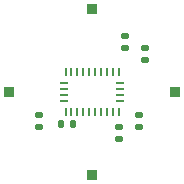
<source format=gts>
%TF.GenerationSoftware,KiCad,Pcbnew,7.0.5-1.fc38*%
%TF.CreationDate,2023-07-07T14:23:31-04:00*%
%TF.ProjectId,bno085-i2c-board-v3-large,626e6f30-3835-42d6-9932-632d626f6172,rev?*%
%TF.SameCoordinates,Original*%
%TF.FileFunction,Soldermask,Top*%
%TF.FilePolarity,Negative*%
%FSLAX46Y46*%
G04 Gerber Fmt 4.6, Leading zero omitted, Abs format (unit mm)*
G04 Created by KiCad (PCBNEW 7.0.5-1.fc38) date 2023-07-07 14:23:31*
%MOMM*%
%LPD*%
G01*
G04 APERTURE LIST*
G04 Aperture macros list*
%AMRoundRect*
0 Rectangle with rounded corners*
0 $1 Rounding radius*
0 $2 $3 $4 $5 $6 $7 $8 $9 X,Y pos of 4 corners*
0 Add a 4 corners polygon primitive as box body*
4,1,4,$2,$3,$4,$5,$6,$7,$8,$9,$2,$3,0*
0 Add four circle primitives for the rounded corners*
1,1,$1+$1,$2,$3*
1,1,$1+$1,$4,$5*
1,1,$1+$1,$6,$7*
1,1,$1+$1,$8,$9*
0 Add four rect primitives between the rounded corners*
20,1,$1+$1,$2,$3,$4,$5,0*
20,1,$1+$1,$4,$5,$6,$7,0*
20,1,$1+$1,$6,$7,$8,$9,0*
20,1,$1+$1,$8,$9,$2,$3,0*%
G04 Aperture macros list end*
%ADD10RoundRect,0.135000X-0.185000X0.135000X-0.185000X-0.135000X0.185000X-0.135000X0.185000X0.135000X0*%
%ADD11R,0.850000X0.850000*%
%ADD12RoundRect,0.135000X0.185000X-0.135000X0.185000X0.135000X-0.185000X0.135000X-0.185000X-0.135000X0*%
%ADD13R,0.254000X0.675000*%
%ADD14R,0.675000X0.254000*%
%ADD15RoundRect,0.140000X0.140000X0.170000X-0.140000X0.170000X-0.140000X-0.170000X0.140000X-0.170000X0*%
G04 APERTURE END LIST*
D10*
%TO.C,R5*%
X134500000Y-66240000D03*
X134500000Y-67260000D03*
%TD*%
D11*
%TO.C,J4*%
X137000000Y-70000000D03*
%TD*%
D10*
%TO.C,R2*%
X134000000Y-71990000D03*
X134000000Y-73010000D03*
%TD*%
D12*
%TO.C,R1*%
X132250000Y-74010000D03*
X132250000Y-72990000D03*
%TD*%
D11*
%TO.C,J3*%
X123000000Y-70000000D03*
%TD*%
D12*
%TO.C,R3*%
X125500000Y-73010000D03*
X125500000Y-71990000D03*
%TD*%
D11*
%TO.C,J2*%
X130000000Y-77000000D03*
%TD*%
D12*
%TO.C,R4*%
X132750000Y-66260000D03*
X132750000Y-65240000D03*
%TD*%
D13*
%TO.C,U1*%
X127750000Y-68337500D03*
D14*
X127612500Y-69250000D03*
X127612500Y-69750000D03*
X127612500Y-70250000D03*
X127612500Y-70750000D03*
D13*
X127750000Y-71662500D03*
X128250000Y-71662500D03*
X128750000Y-71662500D03*
X129250000Y-71662500D03*
X129750000Y-71662500D03*
X130250000Y-71662500D03*
X130750000Y-71662500D03*
X131250000Y-71662500D03*
X131750000Y-71662500D03*
X132250000Y-71662500D03*
D14*
X132387500Y-70750000D03*
X132387500Y-70250000D03*
X132387500Y-69750000D03*
X132387500Y-69250000D03*
D13*
X132250000Y-68337500D03*
X131750000Y-68337500D03*
X131250000Y-68337500D03*
X130750000Y-68337500D03*
X130250000Y-68337500D03*
X129750000Y-68337500D03*
X129250000Y-68337500D03*
X128750000Y-68337500D03*
X128250000Y-68337500D03*
%TD*%
D11*
%TO.C,J1*%
X130000000Y-63000000D03*
%TD*%
D15*
%TO.C,C1*%
X128367238Y-72746447D03*
X127407238Y-72746447D03*
%TD*%
M02*

</source>
